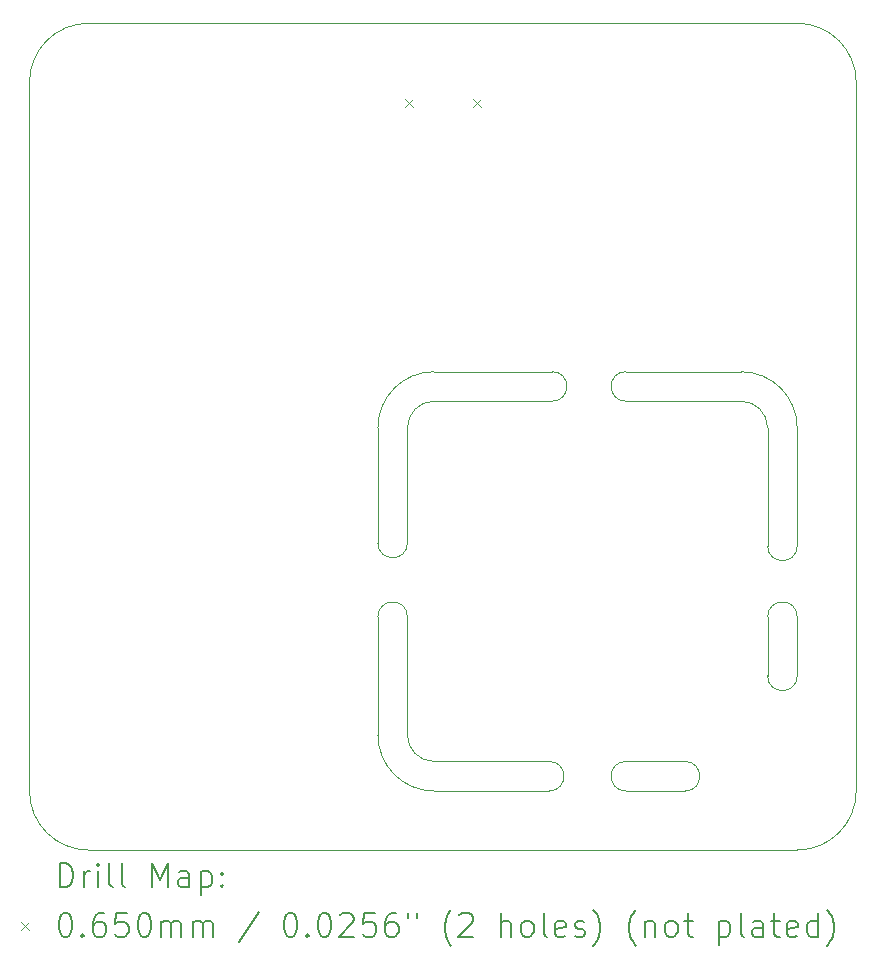
<source format=gbr>
%TF.GenerationSoftware,KiCad,Pcbnew,9.0.4*%
%TF.CreationDate,2025-10-02T19:15:28+02:00*%
%TF.ProjectId,gpsdo,67707364-6f2e-46b6-9963-61645f706362,rev?*%
%TF.SameCoordinates,Original*%
%TF.FileFunction,Drillmap*%
%TF.FilePolarity,Positive*%
%FSLAX45Y45*%
G04 Gerber Fmt 4.5, Leading zero omitted, Abs format (unit mm)*
G04 Created by KiCad (PCBNEW 9.0.4) date 2025-10-02 19:15:28*
%MOMM*%
%LPD*%
G01*
G04 APERTURE LIST*
%ADD10C,0.050000*%
%ADD11C,0.200000*%
%ADD12C,0.100000*%
G04 APERTURE END LIST*
D10*
X14200000Y-12725000D02*
G75*
G02*
X13975000Y-12500000I0J225000D01*
G01*
X16800000Y-9425000D02*
G75*
G02*
X17275000Y-9900000I0J-475000D01*
G01*
X16800000Y-9675000D02*
G75*
G02*
X17025000Y-9900000I0J-225000D01*
G01*
X17025000Y-11500000D02*
G75*
G02*
X17275000Y-11500000I125000J0D01*
G01*
X15825000Y-9675000D02*
G75*
G02*
X15825000Y-9425000I0J125000D01*
G01*
X17025000Y-12000000D02*
X17025000Y-11500000D01*
X15825000Y-12975000D02*
X16325000Y-12975000D01*
X16800000Y-9425000D02*
X15825000Y-9425000D01*
X15825000Y-12725000D02*
X16325000Y-12725000D01*
X10775000Y-6975000D02*
G75*
G02*
X11275000Y-6475000I500000J0D01*
G01*
X13725000Y-11500000D02*
G75*
G02*
X13975000Y-11500000I125000J0D01*
G01*
X14200000Y-12725000D02*
X15175000Y-12725000D01*
X15175000Y-12725000D02*
G75*
G02*
X15175000Y-12975000I0J-125000D01*
G01*
X17275000Y-10900000D02*
G75*
G02*
X17025000Y-10900000I-125000J0D01*
G01*
X14200000Y-9425000D02*
X15200000Y-9425000D01*
X11275000Y-13475000D02*
X17275000Y-13475000D01*
X11275000Y-13475000D02*
G75*
G02*
X10775000Y-12975000I0J500000D01*
G01*
X17025000Y-9900000D02*
X17025000Y-10900000D01*
X17775000Y-12975000D02*
X17775000Y-6975000D01*
X16325000Y-12725000D02*
G75*
G02*
X16325000Y-12975000I0J-125000D01*
G01*
X13975000Y-9900000D02*
X13975000Y-10875000D01*
X13725000Y-9900000D02*
G75*
G02*
X14200000Y-9425000I475000J0D01*
G01*
X11275000Y-6475000D02*
X17275000Y-6475000D01*
X13975000Y-12500000D02*
X13975000Y-11500000D01*
X10775000Y-6975000D02*
X10775000Y-12975000D01*
X14200000Y-12975000D02*
G75*
G02*
X13725000Y-12500000I0J475000D01*
G01*
X17275000Y-9900000D02*
X17275000Y-10900000D01*
X15825000Y-12975000D02*
G75*
G02*
X15825000Y-12725000I0J125000D01*
G01*
X14200000Y-12975000D02*
X15175000Y-12975000D01*
X13975000Y-10875000D02*
G75*
G02*
X13725000Y-10875000I-125000J0D01*
G01*
X17775000Y-12975000D02*
G75*
G02*
X17275000Y-13475000I-500000J0D01*
G01*
X17275000Y-12000000D02*
G75*
G02*
X17025000Y-12000000I-125000J0D01*
G01*
X13725000Y-12500000D02*
X13725000Y-11500000D01*
X13975000Y-9900000D02*
G75*
G02*
X14200000Y-9675000I225000J0D01*
G01*
X16800000Y-9675000D02*
X15825000Y-9675000D01*
X13725000Y-9900000D02*
X13725000Y-10875000D01*
X14200000Y-9675000D02*
X15200000Y-9675000D01*
X17275000Y-12000000D02*
X17275000Y-11500000D01*
X15200000Y-9425000D02*
G75*
G02*
X15200000Y-9675000I0J-125000D01*
G01*
X17275000Y-6475000D02*
G75*
G02*
X17775000Y-6975000I0J-500000D01*
G01*
D11*
D12*
X13953500Y-7115500D02*
X14018500Y-7180500D01*
X14018500Y-7115500D02*
X13953500Y-7180500D01*
X14531500Y-7115500D02*
X14596500Y-7180500D01*
X14596500Y-7115500D02*
X14531500Y-7180500D01*
D11*
X11033277Y-13788984D02*
X11033277Y-13588984D01*
X11033277Y-13588984D02*
X11080896Y-13588984D01*
X11080896Y-13588984D02*
X11109467Y-13598508D01*
X11109467Y-13598508D02*
X11128515Y-13617555D01*
X11128515Y-13617555D02*
X11138039Y-13636603D01*
X11138039Y-13636603D02*
X11147563Y-13674698D01*
X11147563Y-13674698D02*
X11147563Y-13703269D01*
X11147563Y-13703269D02*
X11138039Y-13741365D01*
X11138039Y-13741365D02*
X11128515Y-13760412D01*
X11128515Y-13760412D02*
X11109467Y-13779460D01*
X11109467Y-13779460D02*
X11080896Y-13788984D01*
X11080896Y-13788984D02*
X11033277Y-13788984D01*
X11233277Y-13788984D02*
X11233277Y-13655650D01*
X11233277Y-13693746D02*
X11242801Y-13674698D01*
X11242801Y-13674698D02*
X11252324Y-13665174D01*
X11252324Y-13665174D02*
X11271372Y-13655650D01*
X11271372Y-13655650D02*
X11290420Y-13655650D01*
X11357086Y-13788984D02*
X11357086Y-13655650D01*
X11357086Y-13588984D02*
X11347562Y-13598508D01*
X11347562Y-13598508D02*
X11357086Y-13608031D01*
X11357086Y-13608031D02*
X11366610Y-13598508D01*
X11366610Y-13598508D02*
X11357086Y-13588984D01*
X11357086Y-13588984D02*
X11357086Y-13608031D01*
X11480896Y-13788984D02*
X11461848Y-13779460D01*
X11461848Y-13779460D02*
X11452324Y-13760412D01*
X11452324Y-13760412D02*
X11452324Y-13588984D01*
X11585658Y-13788984D02*
X11566610Y-13779460D01*
X11566610Y-13779460D02*
X11557086Y-13760412D01*
X11557086Y-13760412D02*
X11557086Y-13588984D01*
X11814229Y-13788984D02*
X11814229Y-13588984D01*
X11814229Y-13588984D02*
X11880896Y-13731841D01*
X11880896Y-13731841D02*
X11947562Y-13588984D01*
X11947562Y-13588984D02*
X11947562Y-13788984D01*
X12128515Y-13788984D02*
X12128515Y-13684222D01*
X12128515Y-13684222D02*
X12118991Y-13665174D01*
X12118991Y-13665174D02*
X12099943Y-13655650D01*
X12099943Y-13655650D02*
X12061848Y-13655650D01*
X12061848Y-13655650D02*
X12042801Y-13665174D01*
X12128515Y-13779460D02*
X12109467Y-13788984D01*
X12109467Y-13788984D02*
X12061848Y-13788984D01*
X12061848Y-13788984D02*
X12042801Y-13779460D01*
X12042801Y-13779460D02*
X12033277Y-13760412D01*
X12033277Y-13760412D02*
X12033277Y-13741365D01*
X12033277Y-13741365D02*
X12042801Y-13722317D01*
X12042801Y-13722317D02*
X12061848Y-13712793D01*
X12061848Y-13712793D02*
X12109467Y-13712793D01*
X12109467Y-13712793D02*
X12128515Y-13703269D01*
X12223753Y-13655650D02*
X12223753Y-13855650D01*
X12223753Y-13665174D02*
X12242801Y-13655650D01*
X12242801Y-13655650D02*
X12280896Y-13655650D01*
X12280896Y-13655650D02*
X12299943Y-13665174D01*
X12299943Y-13665174D02*
X12309467Y-13674698D01*
X12309467Y-13674698D02*
X12318991Y-13693746D01*
X12318991Y-13693746D02*
X12318991Y-13750888D01*
X12318991Y-13750888D02*
X12309467Y-13769936D01*
X12309467Y-13769936D02*
X12299943Y-13779460D01*
X12299943Y-13779460D02*
X12280896Y-13788984D01*
X12280896Y-13788984D02*
X12242801Y-13788984D01*
X12242801Y-13788984D02*
X12223753Y-13779460D01*
X12404705Y-13769936D02*
X12414229Y-13779460D01*
X12414229Y-13779460D02*
X12404705Y-13788984D01*
X12404705Y-13788984D02*
X12395182Y-13779460D01*
X12395182Y-13779460D02*
X12404705Y-13769936D01*
X12404705Y-13769936D02*
X12404705Y-13788984D01*
X12404705Y-13665174D02*
X12414229Y-13674698D01*
X12414229Y-13674698D02*
X12404705Y-13684222D01*
X12404705Y-13684222D02*
X12395182Y-13674698D01*
X12395182Y-13674698D02*
X12404705Y-13665174D01*
X12404705Y-13665174D02*
X12404705Y-13684222D01*
D12*
X10707500Y-14085000D02*
X10772500Y-14150000D01*
X10772500Y-14085000D02*
X10707500Y-14150000D01*
D11*
X11071372Y-14008984D02*
X11090420Y-14008984D01*
X11090420Y-14008984D02*
X11109467Y-14018508D01*
X11109467Y-14018508D02*
X11118991Y-14028031D01*
X11118991Y-14028031D02*
X11128515Y-14047079D01*
X11128515Y-14047079D02*
X11138039Y-14085174D01*
X11138039Y-14085174D02*
X11138039Y-14132793D01*
X11138039Y-14132793D02*
X11128515Y-14170888D01*
X11128515Y-14170888D02*
X11118991Y-14189936D01*
X11118991Y-14189936D02*
X11109467Y-14199460D01*
X11109467Y-14199460D02*
X11090420Y-14208984D01*
X11090420Y-14208984D02*
X11071372Y-14208984D01*
X11071372Y-14208984D02*
X11052324Y-14199460D01*
X11052324Y-14199460D02*
X11042801Y-14189936D01*
X11042801Y-14189936D02*
X11033277Y-14170888D01*
X11033277Y-14170888D02*
X11023753Y-14132793D01*
X11023753Y-14132793D02*
X11023753Y-14085174D01*
X11023753Y-14085174D02*
X11033277Y-14047079D01*
X11033277Y-14047079D02*
X11042801Y-14028031D01*
X11042801Y-14028031D02*
X11052324Y-14018508D01*
X11052324Y-14018508D02*
X11071372Y-14008984D01*
X11223753Y-14189936D02*
X11233277Y-14199460D01*
X11233277Y-14199460D02*
X11223753Y-14208984D01*
X11223753Y-14208984D02*
X11214229Y-14199460D01*
X11214229Y-14199460D02*
X11223753Y-14189936D01*
X11223753Y-14189936D02*
X11223753Y-14208984D01*
X11404705Y-14008984D02*
X11366610Y-14008984D01*
X11366610Y-14008984D02*
X11347562Y-14018508D01*
X11347562Y-14018508D02*
X11338039Y-14028031D01*
X11338039Y-14028031D02*
X11318991Y-14056603D01*
X11318991Y-14056603D02*
X11309467Y-14094698D01*
X11309467Y-14094698D02*
X11309467Y-14170888D01*
X11309467Y-14170888D02*
X11318991Y-14189936D01*
X11318991Y-14189936D02*
X11328515Y-14199460D01*
X11328515Y-14199460D02*
X11347562Y-14208984D01*
X11347562Y-14208984D02*
X11385658Y-14208984D01*
X11385658Y-14208984D02*
X11404705Y-14199460D01*
X11404705Y-14199460D02*
X11414229Y-14189936D01*
X11414229Y-14189936D02*
X11423753Y-14170888D01*
X11423753Y-14170888D02*
X11423753Y-14123269D01*
X11423753Y-14123269D02*
X11414229Y-14104222D01*
X11414229Y-14104222D02*
X11404705Y-14094698D01*
X11404705Y-14094698D02*
X11385658Y-14085174D01*
X11385658Y-14085174D02*
X11347562Y-14085174D01*
X11347562Y-14085174D02*
X11328515Y-14094698D01*
X11328515Y-14094698D02*
X11318991Y-14104222D01*
X11318991Y-14104222D02*
X11309467Y-14123269D01*
X11604705Y-14008984D02*
X11509467Y-14008984D01*
X11509467Y-14008984D02*
X11499943Y-14104222D01*
X11499943Y-14104222D02*
X11509467Y-14094698D01*
X11509467Y-14094698D02*
X11528515Y-14085174D01*
X11528515Y-14085174D02*
X11576134Y-14085174D01*
X11576134Y-14085174D02*
X11595182Y-14094698D01*
X11595182Y-14094698D02*
X11604705Y-14104222D01*
X11604705Y-14104222D02*
X11614229Y-14123269D01*
X11614229Y-14123269D02*
X11614229Y-14170888D01*
X11614229Y-14170888D02*
X11604705Y-14189936D01*
X11604705Y-14189936D02*
X11595182Y-14199460D01*
X11595182Y-14199460D02*
X11576134Y-14208984D01*
X11576134Y-14208984D02*
X11528515Y-14208984D01*
X11528515Y-14208984D02*
X11509467Y-14199460D01*
X11509467Y-14199460D02*
X11499943Y-14189936D01*
X11738039Y-14008984D02*
X11757086Y-14008984D01*
X11757086Y-14008984D02*
X11776134Y-14018508D01*
X11776134Y-14018508D02*
X11785658Y-14028031D01*
X11785658Y-14028031D02*
X11795182Y-14047079D01*
X11795182Y-14047079D02*
X11804705Y-14085174D01*
X11804705Y-14085174D02*
X11804705Y-14132793D01*
X11804705Y-14132793D02*
X11795182Y-14170888D01*
X11795182Y-14170888D02*
X11785658Y-14189936D01*
X11785658Y-14189936D02*
X11776134Y-14199460D01*
X11776134Y-14199460D02*
X11757086Y-14208984D01*
X11757086Y-14208984D02*
X11738039Y-14208984D01*
X11738039Y-14208984D02*
X11718991Y-14199460D01*
X11718991Y-14199460D02*
X11709467Y-14189936D01*
X11709467Y-14189936D02*
X11699943Y-14170888D01*
X11699943Y-14170888D02*
X11690420Y-14132793D01*
X11690420Y-14132793D02*
X11690420Y-14085174D01*
X11690420Y-14085174D02*
X11699943Y-14047079D01*
X11699943Y-14047079D02*
X11709467Y-14028031D01*
X11709467Y-14028031D02*
X11718991Y-14018508D01*
X11718991Y-14018508D02*
X11738039Y-14008984D01*
X11890420Y-14208984D02*
X11890420Y-14075650D01*
X11890420Y-14094698D02*
X11899943Y-14085174D01*
X11899943Y-14085174D02*
X11918991Y-14075650D01*
X11918991Y-14075650D02*
X11947563Y-14075650D01*
X11947563Y-14075650D02*
X11966610Y-14085174D01*
X11966610Y-14085174D02*
X11976134Y-14104222D01*
X11976134Y-14104222D02*
X11976134Y-14208984D01*
X11976134Y-14104222D02*
X11985658Y-14085174D01*
X11985658Y-14085174D02*
X12004705Y-14075650D01*
X12004705Y-14075650D02*
X12033277Y-14075650D01*
X12033277Y-14075650D02*
X12052324Y-14085174D01*
X12052324Y-14085174D02*
X12061848Y-14104222D01*
X12061848Y-14104222D02*
X12061848Y-14208984D01*
X12157086Y-14208984D02*
X12157086Y-14075650D01*
X12157086Y-14094698D02*
X12166610Y-14085174D01*
X12166610Y-14085174D02*
X12185658Y-14075650D01*
X12185658Y-14075650D02*
X12214229Y-14075650D01*
X12214229Y-14075650D02*
X12233277Y-14085174D01*
X12233277Y-14085174D02*
X12242801Y-14104222D01*
X12242801Y-14104222D02*
X12242801Y-14208984D01*
X12242801Y-14104222D02*
X12252324Y-14085174D01*
X12252324Y-14085174D02*
X12271372Y-14075650D01*
X12271372Y-14075650D02*
X12299943Y-14075650D01*
X12299943Y-14075650D02*
X12318991Y-14085174D01*
X12318991Y-14085174D02*
X12328515Y-14104222D01*
X12328515Y-14104222D02*
X12328515Y-14208984D01*
X12718991Y-13999460D02*
X12547563Y-14256603D01*
X12976134Y-14008984D02*
X12995182Y-14008984D01*
X12995182Y-14008984D02*
X13014229Y-14018508D01*
X13014229Y-14018508D02*
X13023753Y-14028031D01*
X13023753Y-14028031D02*
X13033277Y-14047079D01*
X13033277Y-14047079D02*
X13042801Y-14085174D01*
X13042801Y-14085174D02*
X13042801Y-14132793D01*
X13042801Y-14132793D02*
X13033277Y-14170888D01*
X13033277Y-14170888D02*
X13023753Y-14189936D01*
X13023753Y-14189936D02*
X13014229Y-14199460D01*
X13014229Y-14199460D02*
X12995182Y-14208984D01*
X12995182Y-14208984D02*
X12976134Y-14208984D01*
X12976134Y-14208984D02*
X12957086Y-14199460D01*
X12957086Y-14199460D02*
X12947563Y-14189936D01*
X12947563Y-14189936D02*
X12938039Y-14170888D01*
X12938039Y-14170888D02*
X12928515Y-14132793D01*
X12928515Y-14132793D02*
X12928515Y-14085174D01*
X12928515Y-14085174D02*
X12938039Y-14047079D01*
X12938039Y-14047079D02*
X12947563Y-14028031D01*
X12947563Y-14028031D02*
X12957086Y-14018508D01*
X12957086Y-14018508D02*
X12976134Y-14008984D01*
X13128515Y-14189936D02*
X13138039Y-14199460D01*
X13138039Y-14199460D02*
X13128515Y-14208984D01*
X13128515Y-14208984D02*
X13118991Y-14199460D01*
X13118991Y-14199460D02*
X13128515Y-14189936D01*
X13128515Y-14189936D02*
X13128515Y-14208984D01*
X13261848Y-14008984D02*
X13280896Y-14008984D01*
X13280896Y-14008984D02*
X13299944Y-14018508D01*
X13299944Y-14018508D02*
X13309467Y-14028031D01*
X13309467Y-14028031D02*
X13318991Y-14047079D01*
X13318991Y-14047079D02*
X13328515Y-14085174D01*
X13328515Y-14085174D02*
X13328515Y-14132793D01*
X13328515Y-14132793D02*
X13318991Y-14170888D01*
X13318991Y-14170888D02*
X13309467Y-14189936D01*
X13309467Y-14189936D02*
X13299944Y-14199460D01*
X13299944Y-14199460D02*
X13280896Y-14208984D01*
X13280896Y-14208984D02*
X13261848Y-14208984D01*
X13261848Y-14208984D02*
X13242801Y-14199460D01*
X13242801Y-14199460D02*
X13233277Y-14189936D01*
X13233277Y-14189936D02*
X13223753Y-14170888D01*
X13223753Y-14170888D02*
X13214229Y-14132793D01*
X13214229Y-14132793D02*
X13214229Y-14085174D01*
X13214229Y-14085174D02*
X13223753Y-14047079D01*
X13223753Y-14047079D02*
X13233277Y-14028031D01*
X13233277Y-14028031D02*
X13242801Y-14018508D01*
X13242801Y-14018508D02*
X13261848Y-14008984D01*
X13404706Y-14028031D02*
X13414229Y-14018508D01*
X13414229Y-14018508D02*
X13433277Y-14008984D01*
X13433277Y-14008984D02*
X13480896Y-14008984D01*
X13480896Y-14008984D02*
X13499944Y-14018508D01*
X13499944Y-14018508D02*
X13509467Y-14028031D01*
X13509467Y-14028031D02*
X13518991Y-14047079D01*
X13518991Y-14047079D02*
X13518991Y-14066127D01*
X13518991Y-14066127D02*
X13509467Y-14094698D01*
X13509467Y-14094698D02*
X13395182Y-14208984D01*
X13395182Y-14208984D02*
X13518991Y-14208984D01*
X13699944Y-14008984D02*
X13604706Y-14008984D01*
X13604706Y-14008984D02*
X13595182Y-14104222D01*
X13595182Y-14104222D02*
X13604706Y-14094698D01*
X13604706Y-14094698D02*
X13623753Y-14085174D01*
X13623753Y-14085174D02*
X13671372Y-14085174D01*
X13671372Y-14085174D02*
X13690420Y-14094698D01*
X13690420Y-14094698D02*
X13699944Y-14104222D01*
X13699944Y-14104222D02*
X13709467Y-14123269D01*
X13709467Y-14123269D02*
X13709467Y-14170888D01*
X13709467Y-14170888D02*
X13699944Y-14189936D01*
X13699944Y-14189936D02*
X13690420Y-14199460D01*
X13690420Y-14199460D02*
X13671372Y-14208984D01*
X13671372Y-14208984D02*
X13623753Y-14208984D01*
X13623753Y-14208984D02*
X13604706Y-14199460D01*
X13604706Y-14199460D02*
X13595182Y-14189936D01*
X13880896Y-14008984D02*
X13842801Y-14008984D01*
X13842801Y-14008984D02*
X13823753Y-14018508D01*
X13823753Y-14018508D02*
X13814229Y-14028031D01*
X13814229Y-14028031D02*
X13795182Y-14056603D01*
X13795182Y-14056603D02*
X13785658Y-14094698D01*
X13785658Y-14094698D02*
X13785658Y-14170888D01*
X13785658Y-14170888D02*
X13795182Y-14189936D01*
X13795182Y-14189936D02*
X13804706Y-14199460D01*
X13804706Y-14199460D02*
X13823753Y-14208984D01*
X13823753Y-14208984D02*
X13861848Y-14208984D01*
X13861848Y-14208984D02*
X13880896Y-14199460D01*
X13880896Y-14199460D02*
X13890420Y-14189936D01*
X13890420Y-14189936D02*
X13899944Y-14170888D01*
X13899944Y-14170888D02*
X13899944Y-14123269D01*
X13899944Y-14123269D02*
X13890420Y-14104222D01*
X13890420Y-14104222D02*
X13880896Y-14094698D01*
X13880896Y-14094698D02*
X13861848Y-14085174D01*
X13861848Y-14085174D02*
X13823753Y-14085174D01*
X13823753Y-14085174D02*
X13804706Y-14094698D01*
X13804706Y-14094698D02*
X13795182Y-14104222D01*
X13795182Y-14104222D02*
X13785658Y-14123269D01*
X13976134Y-14008984D02*
X13976134Y-14047079D01*
X14052325Y-14008984D02*
X14052325Y-14047079D01*
X14347563Y-14285174D02*
X14338039Y-14275650D01*
X14338039Y-14275650D02*
X14318991Y-14247079D01*
X14318991Y-14247079D02*
X14309468Y-14228031D01*
X14309468Y-14228031D02*
X14299944Y-14199460D01*
X14299944Y-14199460D02*
X14290420Y-14151841D01*
X14290420Y-14151841D02*
X14290420Y-14113746D01*
X14290420Y-14113746D02*
X14299944Y-14066127D01*
X14299944Y-14066127D02*
X14309468Y-14037555D01*
X14309468Y-14037555D02*
X14318991Y-14018508D01*
X14318991Y-14018508D02*
X14338039Y-13989936D01*
X14338039Y-13989936D02*
X14347563Y-13980412D01*
X14414229Y-14028031D02*
X14423753Y-14018508D01*
X14423753Y-14018508D02*
X14442801Y-14008984D01*
X14442801Y-14008984D02*
X14490420Y-14008984D01*
X14490420Y-14008984D02*
X14509468Y-14018508D01*
X14509468Y-14018508D02*
X14518991Y-14028031D01*
X14518991Y-14028031D02*
X14528515Y-14047079D01*
X14528515Y-14047079D02*
X14528515Y-14066127D01*
X14528515Y-14066127D02*
X14518991Y-14094698D01*
X14518991Y-14094698D02*
X14404706Y-14208984D01*
X14404706Y-14208984D02*
X14528515Y-14208984D01*
X14766610Y-14208984D02*
X14766610Y-14008984D01*
X14852325Y-14208984D02*
X14852325Y-14104222D01*
X14852325Y-14104222D02*
X14842801Y-14085174D01*
X14842801Y-14085174D02*
X14823753Y-14075650D01*
X14823753Y-14075650D02*
X14795182Y-14075650D01*
X14795182Y-14075650D02*
X14776134Y-14085174D01*
X14776134Y-14085174D02*
X14766610Y-14094698D01*
X14976134Y-14208984D02*
X14957087Y-14199460D01*
X14957087Y-14199460D02*
X14947563Y-14189936D01*
X14947563Y-14189936D02*
X14938039Y-14170888D01*
X14938039Y-14170888D02*
X14938039Y-14113746D01*
X14938039Y-14113746D02*
X14947563Y-14094698D01*
X14947563Y-14094698D02*
X14957087Y-14085174D01*
X14957087Y-14085174D02*
X14976134Y-14075650D01*
X14976134Y-14075650D02*
X15004706Y-14075650D01*
X15004706Y-14075650D02*
X15023753Y-14085174D01*
X15023753Y-14085174D02*
X15033277Y-14094698D01*
X15033277Y-14094698D02*
X15042801Y-14113746D01*
X15042801Y-14113746D02*
X15042801Y-14170888D01*
X15042801Y-14170888D02*
X15033277Y-14189936D01*
X15033277Y-14189936D02*
X15023753Y-14199460D01*
X15023753Y-14199460D02*
X15004706Y-14208984D01*
X15004706Y-14208984D02*
X14976134Y-14208984D01*
X15157087Y-14208984D02*
X15138039Y-14199460D01*
X15138039Y-14199460D02*
X15128515Y-14180412D01*
X15128515Y-14180412D02*
X15128515Y-14008984D01*
X15309468Y-14199460D02*
X15290420Y-14208984D01*
X15290420Y-14208984D02*
X15252325Y-14208984D01*
X15252325Y-14208984D02*
X15233277Y-14199460D01*
X15233277Y-14199460D02*
X15223753Y-14180412D01*
X15223753Y-14180412D02*
X15223753Y-14104222D01*
X15223753Y-14104222D02*
X15233277Y-14085174D01*
X15233277Y-14085174D02*
X15252325Y-14075650D01*
X15252325Y-14075650D02*
X15290420Y-14075650D01*
X15290420Y-14075650D02*
X15309468Y-14085174D01*
X15309468Y-14085174D02*
X15318991Y-14104222D01*
X15318991Y-14104222D02*
X15318991Y-14123269D01*
X15318991Y-14123269D02*
X15223753Y-14142317D01*
X15395182Y-14199460D02*
X15414230Y-14208984D01*
X15414230Y-14208984D02*
X15452325Y-14208984D01*
X15452325Y-14208984D02*
X15471372Y-14199460D01*
X15471372Y-14199460D02*
X15480896Y-14180412D01*
X15480896Y-14180412D02*
X15480896Y-14170888D01*
X15480896Y-14170888D02*
X15471372Y-14151841D01*
X15471372Y-14151841D02*
X15452325Y-14142317D01*
X15452325Y-14142317D02*
X15423753Y-14142317D01*
X15423753Y-14142317D02*
X15404706Y-14132793D01*
X15404706Y-14132793D02*
X15395182Y-14113746D01*
X15395182Y-14113746D02*
X15395182Y-14104222D01*
X15395182Y-14104222D02*
X15404706Y-14085174D01*
X15404706Y-14085174D02*
X15423753Y-14075650D01*
X15423753Y-14075650D02*
X15452325Y-14075650D01*
X15452325Y-14075650D02*
X15471372Y-14085174D01*
X15547563Y-14285174D02*
X15557087Y-14275650D01*
X15557087Y-14275650D02*
X15576134Y-14247079D01*
X15576134Y-14247079D02*
X15585658Y-14228031D01*
X15585658Y-14228031D02*
X15595182Y-14199460D01*
X15595182Y-14199460D02*
X15604706Y-14151841D01*
X15604706Y-14151841D02*
X15604706Y-14113746D01*
X15604706Y-14113746D02*
X15595182Y-14066127D01*
X15595182Y-14066127D02*
X15585658Y-14037555D01*
X15585658Y-14037555D02*
X15576134Y-14018508D01*
X15576134Y-14018508D02*
X15557087Y-13989936D01*
X15557087Y-13989936D02*
X15547563Y-13980412D01*
X15909468Y-14285174D02*
X15899944Y-14275650D01*
X15899944Y-14275650D02*
X15880896Y-14247079D01*
X15880896Y-14247079D02*
X15871372Y-14228031D01*
X15871372Y-14228031D02*
X15861849Y-14199460D01*
X15861849Y-14199460D02*
X15852325Y-14151841D01*
X15852325Y-14151841D02*
X15852325Y-14113746D01*
X15852325Y-14113746D02*
X15861849Y-14066127D01*
X15861849Y-14066127D02*
X15871372Y-14037555D01*
X15871372Y-14037555D02*
X15880896Y-14018508D01*
X15880896Y-14018508D02*
X15899944Y-13989936D01*
X15899944Y-13989936D02*
X15909468Y-13980412D01*
X15985658Y-14075650D02*
X15985658Y-14208984D01*
X15985658Y-14094698D02*
X15995182Y-14085174D01*
X15995182Y-14085174D02*
X16014230Y-14075650D01*
X16014230Y-14075650D02*
X16042801Y-14075650D01*
X16042801Y-14075650D02*
X16061849Y-14085174D01*
X16061849Y-14085174D02*
X16071372Y-14104222D01*
X16071372Y-14104222D02*
X16071372Y-14208984D01*
X16195182Y-14208984D02*
X16176134Y-14199460D01*
X16176134Y-14199460D02*
X16166611Y-14189936D01*
X16166611Y-14189936D02*
X16157087Y-14170888D01*
X16157087Y-14170888D02*
X16157087Y-14113746D01*
X16157087Y-14113746D02*
X16166611Y-14094698D01*
X16166611Y-14094698D02*
X16176134Y-14085174D01*
X16176134Y-14085174D02*
X16195182Y-14075650D01*
X16195182Y-14075650D02*
X16223753Y-14075650D01*
X16223753Y-14075650D02*
X16242801Y-14085174D01*
X16242801Y-14085174D02*
X16252325Y-14094698D01*
X16252325Y-14094698D02*
X16261849Y-14113746D01*
X16261849Y-14113746D02*
X16261849Y-14170888D01*
X16261849Y-14170888D02*
X16252325Y-14189936D01*
X16252325Y-14189936D02*
X16242801Y-14199460D01*
X16242801Y-14199460D02*
X16223753Y-14208984D01*
X16223753Y-14208984D02*
X16195182Y-14208984D01*
X16318992Y-14075650D02*
X16395182Y-14075650D01*
X16347563Y-14008984D02*
X16347563Y-14180412D01*
X16347563Y-14180412D02*
X16357087Y-14199460D01*
X16357087Y-14199460D02*
X16376134Y-14208984D01*
X16376134Y-14208984D02*
X16395182Y-14208984D01*
X16614230Y-14075650D02*
X16614230Y-14275650D01*
X16614230Y-14085174D02*
X16633277Y-14075650D01*
X16633277Y-14075650D02*
X16671373Y-14075650D01*
X16671373Y-14075650D02*
X16690420Y-14085174D01*
X16690420Y-14085174D02*
X16699944Y-14094698D01*
X16699944Y-14094698D02*
X16709468Y-14113746D01*
X16709468Y-14113746D02*
X16709468Y-14170888D01*
X16709468Y-14170888D02*
X16699944Y-14189936D01*
X16699944Y-14189936D02*
X16690420Y-14199460D01*
X16690420Y-14199460D02*
X16671373Y-14208984D01*
X16671373Y-14208984D02*
X16633277Y-14208984D01*
X16633277Y-14208984D02*
X16614230Y-14199460D01*
X16823754Y-14208984D02*
X16804706Y-14199460D01*
X16804706Y-14199460D02*
X16795182Y-14180412D01*
X16795182Y-14180412D02*
X16795182Y-14008984D01*
X16985658Y-14208984D02*
X16985658Y-14104222D01*
X16985658Y-14104222D02*
X16976135Y-14085174D01*
X16976135Y-14085174D02*
X16957087Y-14075650D01*
X16957087Y-14075650D02*
X16918992Y-14075650D01*
X16918992Y-14075650D02*
X16899944Y-14085174D01*
X16985658Y-14199460D02*
X16966611Y-14208984D01*
X16966611Y-14208984D02*
X16918992Y-14208984D01*
X16918992Y-14208984D02*
X16899944Y-14199460D01*
X16899944Y-14199460D02*
X16890420Y-14180412D01*
X16890420Y-14180412D02*
X16890420Y-14161365D01*
X16890420Y-14161365D02*
X16899944Y-14142317D01*
X16899944Y-14142317D02*
X16918992Y-14132793D01*
X16918992Y-14132793D02*
X16966611Y-14132793D01*
X16966611Y-14132793D02*
X16985658Y-14123269D01*
X17052325Y-14075650D02*
X17128515Y-14075650D01*
X17080896Y-14008984D02*
X17080896Y-14180412D01*
X17080896Y-14180412D02*
X17090420Y-14199460D01*
X17090420Y-14199460D02*
X17109468Y-14208984D01*
X17109468Y-14208984D02*
X17128515Y-14208984D01*
X17271373Y-14199460D02*
X17252325Y-14208984D01*
X17252325Y-14208984D02*
X17214230Y-14208984D01*
X17214230Y-14208984D02*
X17195182Y-14199460D01*
X17195182Y-14199460D02*
X17185658Y-14180412D01*
X17185658Y-14180412D02*
X17185658Y-14104222D01*
X17185658Y-14104222D02*
X17195182Y-14085174D01*
X17195182Y-14085174D02*
X17214230Y-14075650D01*
X17214230Y-14075650D02*
X17252325Y-14075650D01*
X17252325Y-14075650D02*
X17271373Y-14085174D01*
X17271373Y-14085174D02*
X17280896Y-14104222D01*
X17280896Y-14104222D02*
X17280896Y-14123269D01*
X17280896Y-14123269D02*
X17185658Y-14142317D01*
X17452325Y-14208984D02*
X17452325Y-14008984D01*
X17452325Y-14199460D02*
X17433277Y-14208984D01*
X17433277Y-14208984D02*
X17395182Y-14208984D01*
X17395182Y-14208984D02*
X17376135Y-14199460D01*
X17376135Y-14199460D02*
X17366611Y-14189936D01*
X17366611Y-14189936D02*
X17357087Y-14170888D01*
X17357087Y-14170888D02*
X17357087Y-14113746D01*
X17357087Y-14113746D02*
X17366611Y-14094698D01*
X17366611Y-14094698D02*
X17376135Y-14085174D01*
X17376135Y-14085174D02*
X17395182Y-14075650D01*
X17395182Y-14075650D02*
X17433277Y-14075650D01*
X17433277Y-14075650D02*
X17452325Y-14085174D01*
X17528516Y-14285174D02*
X17538039Y-14275650D01*
X17538039Y-14275650D02*
X17557087Y-14247079D01*
X17557087Y-14247079D02*
X17566611Y-14228031D01*
X17566611Y-14228031D02*
X17576135Y-14199460D01*
X17576135Y-14199460D02*
X17585658Y-14151841D01*
X17585658Y-14151841D02*
X17585658Y-14113746D01*
X17585658Y-14113746D02*
X17576135Y-14066127D01*
X17576135Y-14066127D02*
X17566611Y-14037555D01*
X17566611Y-14037555D02*
X17557087Y-14018508D01*
X17557087Y-14018508D02*
X17538039Y-13989936D01*
X17538039Y-13989936D02*
X17528516Y-13980412D01*
M02*

</source>
